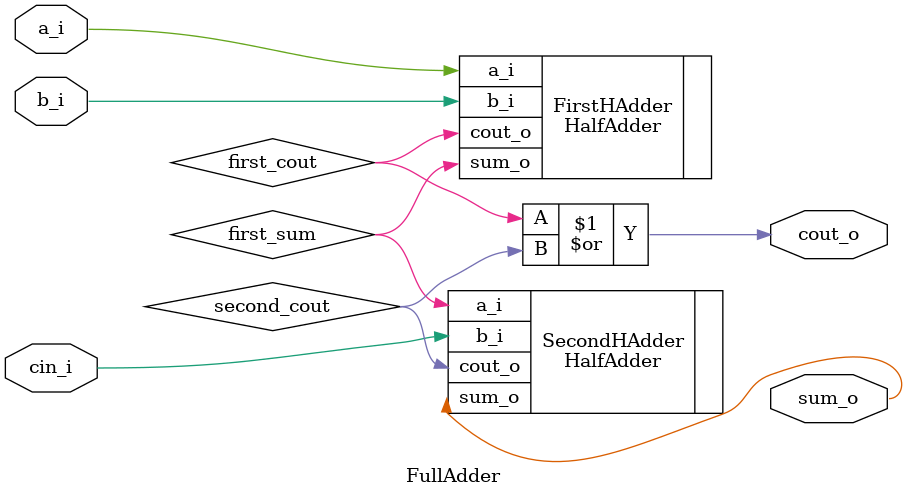
<source format=v>
module FullAdder(
    input a_i, 
    input b_i, 
    input cin_i, 
    output sum_o, 
    output cout_o
    );

    wire first_sum, first_cout, second_cout;

    HalfAdder FirstHAdder(
        .a_i(a_i), 
        .b_i(b_i), 
        .sum_o(first_sum), 
        .cout_o(first_cout)
    );
    HalfAdder SecondHAdder(
        .a_i(first_sum), 
        .b_i(cin_i), 
        .sum_o(sum_o), 
        .cout_o(second_cout)
    );

    or(cout_o, first_cout, second_cout);
    
endmodule
</source>
